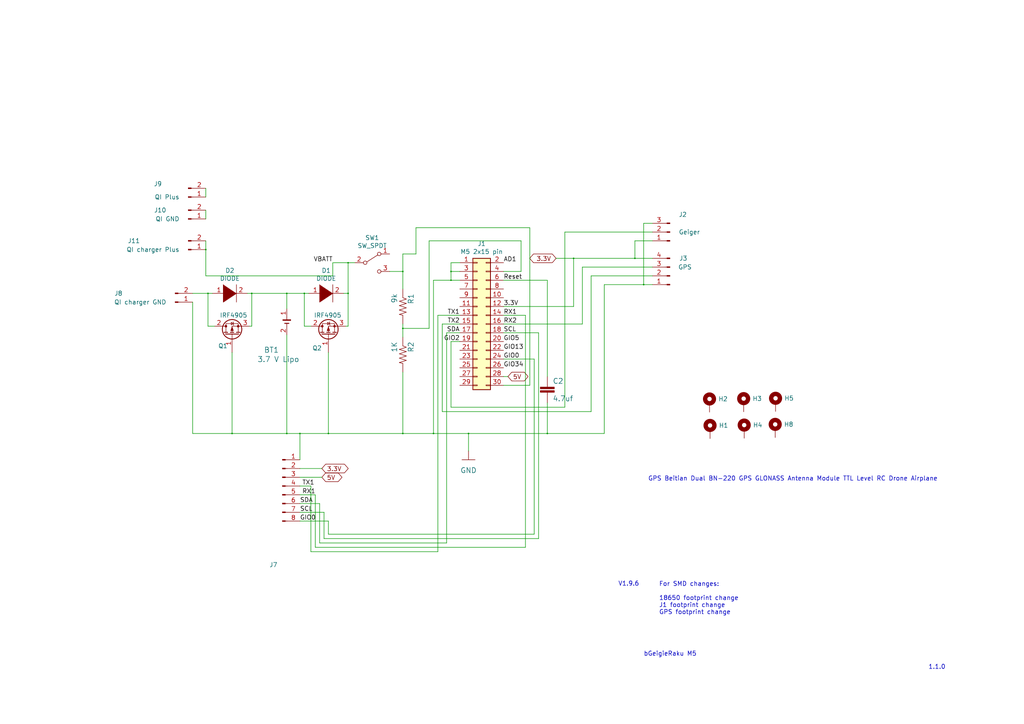
<source format=kicad_sch>
(kicad_sch (version 20210126) (generator eeschema)
  (paper "A4")
  (title_block (date "sam. 04 avril 2015"))
  (lib_symbols
    (symbol "Connector:Conn_01x02_Male" (pin_names hide)
      (property "Reference" "J" (at 0 2.54 0))
      (property "Value" "Conn_01x02_Male" (at 0 -5.08 0))
      (symbol "Conn_01x02_Male_1_1"
        (rectangle (start 0.8636 -2.413) (end 0 -2.667) (fill (type outline)))
        (rectangle (start 0.8636 0.127) (end 0 -0.127) (fill (type outline)))
        (polyline (pts (xy 1.27 -2.54) (xy 0.8636 -2.54)))
        (polyline (pts (xy 1.27 0) (xy 0.8636 0)))
        (pin passive line (at 5.08 0 180) (length 3.81) (name "Pin_1") (number "1"))
        (pin passive line (at 5.08 -2.54 180) (length 3.81) (name "Pin_2") (number "2"))
      )
    )
    (symbol "Connector:Conn_01x03_Male" (pin_names hide)
      (property "Reference" "J" (at 0 5.08 0))
      (property "Value" "Conn_01x03_Male" (at 0 -5.08 0))
      (symbol "Conn_01x03_Male_1_1"
        (rectangle (start 0.8636 -2.413) (end 0 -2.667) (stroke (width 0.1524)) (fill (type outline)))
        (rectangle (start 0.8636 0.127) (end 0 -0.127) (stroke (width 0.1524)) (fill (type outline)))
        (rectangle (start 0.8636 2.667) (end 0 2.413) (stroke (width 0.1524)) (fill (type outline)))
        (polyline (pts (xy 1.27 -2.54) (xy 0.8636 -2.54)) (stroke (width 0.1524)))
        (polyline (pts (xy 1.27 0) (xy 0.8636 0)) (stroke (width 0.1524)))
        (polyline (pts (xy 1.27 2.54) (xy 0.8636 2.54)) (stroke (width 0.1524)))
        (pin passive line (at 5.08 2.54 180) (length 3.81) (name "Pin_1") (number "1"))
        (pin passive line (at 5.08 0 180) (length 3.81) (name "Pin_2") (number "2"))
        (pin passive line (at 5.08 -2.54 180) (length 3.81) (name "Pin_3") (number "3"))
      )
    )
    (symbol "Connector:Conn_01x04_Male" (pin_names hide)
      (property "Reference" "J" (at 0 5.08 0))
      (property "Value" "Conn_01x04_Male" (at 0 -7.62 0))
      (symbol "Conn_01x04_Male_1_1"
        (rectangle (start 0.8636 -4.953) (end 0 -5.207) (fill (type outline)))
        (rectangle (start 0.8636 -2.413) (end 0 -2.667) (fill (type outline)))
        (rectangle (start 0.8636 0.127) (end 0 -0.127) (fill (type outline)))
        (rectangle (start 0.8636 2.667) (end 0 2.413) (fill (type outline)))
        (polyline (pts (xy 1.27 -5.08) (xy 0.8636 -5.08)))
        (polyline (pts (xy 1.27 -2.54) (xy 0.8636 -2.54)))
        (polyline (pts (xy 1.27 0) (xy 0.8636 0)))
        (polyline (pts (xy 1.27 2.54) (xy 0.8636 2.54)))
        (pin passive line (at 5.08 2.54 180) (length 3.81) (name "Pin_1") (number "1"))
        (pin passive line (at 5.08 0 180) (length 3.81) (name "Pin_2") (number "2"))
        (pin passive line (at 5.08 -2.54 180) (length 3.81) (name "Pin_3") (number "3"))
        (pin passive line (at 5.08 -5.08 180) (length 3.81) (name "Pin_4") (number "4"))
      )
    )
    (symbol "Connector:Conn_01x08_Male" (pin_names (offset 1.016) hide)
      (property "Reference" "J" (at 0 10.16 0))
      (property "Value" "Conn_01x08_Male" (at 0 -12.7 0))
      (symbol "Conn_01x08_Male_1_1"
        (rectangle (start 0.8636 -10.033) (end 0 -10.287) (stroke (width 0.1524)) (fill (type outline)))
        (rectangle (start 0.8636 -7.493) (end 0 -7.747) (stroke (width 0.1524)) (fill (type outline)))
        (rectangle (start 0.8636 -4.953) (end 0 -5.207) (stroke (width 0.1524)) (fill (type outline)))
        (rectangle (start 0.8636 -2.413) (end 0 -2.667) (stroke (width 0.1524)) (fill (type outline)))
        (rectangle (start 0.8636 0.127) (end 0 -0.127) (stroke (width 0.1524)) (fill (type outline)))
        (rectangle (start 0.8636 2.667) (end 0 2.413) (stroke (width 0.1524)) (fill (type outline)))
        (rectangle (start 0.8636 5.207) (end 0 4.953) (stroke (width 0.1524)) (fill (type outline)))
        (rectangle (start 0.8636 7.747) (end 0 7.493) (stroke (width 0.1524)) (fill (type outline)))
        (polyline (pts (xy 1.27 -10.16) (xy 0.8636 -10.16)) (stroke (width 0.1524)))
        (polyline (pts (xy 1.27 -7.62) (xy 0.8636 -7.62)) (stroke (width 0.1524)))
        (polyline (pts (xy 1.27 -5.08) (xy 0.8636 -5.08)) (stroke (width 0.1524)))
        (polyline (pts (xy 1.27 -2.54) (xy 0.8636 -2.54)) (stroke (width 0.1524)))
        (polyline (pts (xy 1.27 0) (xy 0.8636 0)) (stroke (width 0.1524)))
        (polyline (pts (xy 1.27 2.54) (xy 0.8636 2.54)) (stroke (width 0.1524)))
        (polyline (pts (xy 1.27 5.08) (xy 0.8636 5.08)) (stroke (width 0.1524)))
        (polyline (pts (xy 1.27 7.62) (xy 0.8636 7.62)) (stroke (width 0.1524)))
        (pin passive line (at 5.08 7.62 180) (length 3.81) (name "Pin_1") (number "1"))
        (pin passive line (at 5.08 5.08 180) (length 3.81) (name "Pin_2") (number "2"))
        (pin passive line (at 5.08 2.54 180) (length 3.81) (name "Pin_3") (number "3"))
        (pin passive line (at 5.08 0 180) (length 3.81) (name "Pin_4") (number "4"))
        (pin passive line (at 5.08 -2.54 180) (length 3.81) (name "Pin_5") (number "5"))
        (pin passive line (at 5.08 -5.08 180) (length 3.81) (name "Pin_6") (number "6"))
        (pin passive line (at 5.08 -7.62 180) (length 3.81) (name "Pin_7") (number "7"))
        (pin passive line (at 5.08 -10.16 180) (length 3.81) (name "Pin_8") (number "8"))
      )
    )
    (symbol "Connector_Generic:Conn_02x15_Odd_Even" (pin_names hide)
      (property "Reference" "J" (at 1.27 20.32 0))
      (property "Value" "Conn_02x15_Odd_Even" (at 1.27 -20.32 0))
      (symbol "Conn_02x15_Odd_Even_1_1"
        (rectangle (start -1.27 -4.953) (end 0 -5.207))
        (rectangle (start -1.27 -7.493) (end 0 -7.747))
        (rectangle (start -1.27 -10.033) (end 0 -10.287))
        (rectangle (start -1.27 -12.573) (end 0 -12.827))
        (rectangle (start -1.27 -15.113) (end 0 -15.367))
        (rectangle (start -1.27 -17.653) (end 0 -17.907))
        (rectangle (start -1.27 -2.413) (end 0 -2.667))
        (rectangle (start -1.27 2.667) (end 0 2.413))
        (rectangle (start -1.27 5.207) (end 0 4.953))
        (rectangle (start -1.27 7.747) (end 0 7.493))
        (rectangle (start -1.27 10.287) (end 0 10.033))
        (rectangle (start -1.27 0.127) (end 0 -0.127))
        (rectangle (start -1.27 12.827) (end 0 12.573))
        (rectangle (start -1.27 15.367) (end 0 15.113))
        (rectangle (start -1.27 17.907) (end 0 17.653))
        (rectangle (start -1.27 19.05) (end 3.81 -19.05) (stroke (width 0.254)) (fill (type background)))
        (rectangle (start 3.81 -4.953) (end 2.54 -5.207))
        (rectangle (start 3.81 -7.493) (end 2.54 -7.747))
        (rectangle (start 3.81 -10.033) (end 2.54 -10.287))
        (rectangle (start 3.81 -12.573) (end 2.54 -12.827))
        (rectangle (start 3.81 -15.113) (end 2.54 -15.367))
        (rectangle (start 3.81 -17.653) (end 2.54 -17.907))
        (rectangle (start 3.81 -2.413) (end 2.54 -2.667))
        (rectangle (start 3.81 2.667) (end 2.54 2.413))
        (rectangle (start 3.81 5.207) (end 2.54 4.953))
        (rectangle (start 3.81 7.747) (end 2.54 7.493))
        (rectangle (start 3.81 10.287) (end 2.54 10.033))
        (rectangle (start 3.81 0.127) (end 2.54 -0.127))
        (rectangle (start 3.81 12.827) (end 2.54 12.573))
        (rectangle (start 3.81 15.367) (end 2.54 15.113))
        (rectangle (start 3.81 17.907) (end 2.54 17.653))
        (pin passive line (at -5.08 17.78 0) (length 3.81) (name "Pin_1") (number "1"))
        (pin passive line (at 7.62 7.62 180) (length 3.81) (name "Pin_10") (number "10"))
        (pin passive line (at -5.08 5.08 0) (length 3.81) (name "Pin_11") (number "11"))
        (pin passive line (at 7.62 5.08 180) (length 3.81) (name "Pin_12") (number "12"))
        (pin passive line (at -5.08 2.54 0) (length 3.81) (name "Pin_13") (number "13"))
        (pin passive line (at 7.62 2.54 180) (length 3.81) (name "Pin_14") (number "14"))
        (pin passive line (at -5.08 0 0) (length 3.81) (name "Pin_15") (number "15"))
        (pin passive line (at 7.62 0 180) (length 3.81) (name "Pin_16") (number "16"))
        (pin passive line (at -5.08 -2.54 0) (length 3.81) (name "Pin_17") (number "17"))
        (pin passive line (at 7.62 -2.54 180) (length 3.81) (name "Pin_18") (number "18"))
        (pin passive line (at -5.08 -5.08 0) (length 3.81) (name "Pin_19") (number "19"))
        (pin passive line (at 7.62 17.78 180) (length 3.81) (name "Pin_2") (number "2"))
        (pin passive line (at 7.62 -5.08 180) (length 3.81) (name "Pin_20") (number "20"))
        (pin passive line (at -5.08 -7.62 0) (length 3.81) (name "Pin_21") (number "21"))
        (pin passive line (at 7.62 -7.62 180) (length 3.81) (name "Pin_22") (number "22"))
        (pin passive line (at -5.08 -10.16 0) (length 3.81) (name "Pin_23") (number "23"))
        (pin passive line (at 7.62 -10.16 180) (length 3.81) (name "Pin_24") (number "24"))
        (pin passive line (at -5.08 -12.7 0) (length 3.81) (name "Pin_25") (number "25"))
        (pin passive line (at 7.62 -12.7 180) (length 3.81) (name "Pin_26") (number "26"))
        (pin passive line (at -5.08 -15.24 0) (length 3.81) (name "Pin_27") (number "27"))
        (pin passive line (at 7.62 -15.24 180) (length 3.81) (name "Pin_28") (number "28"))
        (pin passive line (at -5.08 -17.78 0) (length 3.81) (name "Pin_29") (number "29"))
        (pin passive line (at -5.08 15.24 0) (length 3.81) (name "Pin_3") (number "3"))
        (pin passive line (at 7.62 -17.78 180) (length 3.81) (name "Pin_30") (number "30"))
        (pin passive line (at 7.62 15.24 180) (length 3.81) (name "Pin_4") (number "4"))
        (pin passive line (at -5.08 12.7 0) (length 3.81) (name "Pin_5") (number "5"))
        (pin passive line (at 7.62 12.7 180) (length 3.81) (name "Pin_6") (number "6"))
        (pin passive line (at -5.08 10.16 0) (length 3.81) (name "Pin_7") (number "7"))
        (pin passive line (at 7.62 10.16 180) (length 3.81) (name "Pin_8") (number "8"))
        (pin passive line (at -5.08 7.62 0) (length 3.81) (name "Pin_9") (number "9"))
      )
    )
    (symbol "Mechanical:MountingHole_Pad" (pin_numbers hide) (pin_names hide)
      (property "Reference" "H" (at 0 6.35 0))
      (property "Value" "MountingHole_Pad" (at 0 4.445 0))
      (symbol "MountingHole_Pad_0_1"
        (circle (center 0 1.27) (radius 1.27) (stroke (width 1.27)))
      )
      (symbol "MountingHole_Pad_1_1"
        (pin input line (at 0 -2.54 90) (length 2.54) (name "1") (number "1"))
      )
    )
    (symbol "Switch:SW_SPDT" (pin_names (offset 0) hide)
      (property "Reference" "SW" (at 0 4.318 0))
      (property "Value" "SW_SPDT" (at 0 -5.08 0))
      (symbol "SW_SPDT_0_0"
        (circle (center -2.032 0) (radius 0.508))
        (circle (center 2.032 -2.54) (radius 0.508))
      )
      (symbol "SW_SPDT_0_1"
        (circle (center 2.032 2.54) (radius 0.508))
        (polyline (pts (xy -1.524 0.254) (xy 1.651 2.286)))
      )
      (symbol "SW_SPDT_1_1"
        (pin passive line (at 5.08 2.54 180) (length 2.54) (name "A") (number "1"))
        (pin passive line (at -5.08 0 0) (length 2.54) (name "B") (number "2"))
        (pin passive line (at 5.08 -2.54 180) (length 2.54) (name "C") (number "3"))
      )
    )
    (symbol "Transistor_FET:IRF4905" (pin_names (offset 0) hide)
      (property "Reference" "Q" (at 5.08 1.905 0))
      (property "Value" "IRF4905" (at 5.08 0 0))
      (symbol "IRF4905_0_1"
        (circle (center 1.651 0) (radius 2.8194) (stroke (width 0.254)))
        (circle (center 2.54 -1.778) (radius 0.2794) (fill (type outline)))
        (circle (center 2.54 1.778) (radius 0.2794) (fill (type outline)))
        (polyline (pts (xy 0.762 -1.778) (xy 2.54 -1.778)))
        (polyline (pts (xy 0.762 -1.27) (xy 0.762 -2.286)) (stroke (width 0.254)))
        (polyline (pts (xy 0.762 0) (xy 2.54 0)))
        (polyline (pts (xy 0.762 0.508) (xy 0.762 -0.508)) (stroke (width 0.254)))
        (polyline (pts (xy 0.762 1.778) (xy 2.54 1.778)))
        (polyline (pts (xy 0.762 2.286) (xy 0.762 1.27)) (stroke (width 0.254)))
        (polyline (pts (xy 2.54 -1.778) (xy 2.54 -2.54)))
        (polyline (pts (xy 2.54 -1.778) (xy 2.54 0)))
        (polyline (pts (xy 2.54 2.54) (xy 2.54 1.778)))
        (polyline (pts (xy 0.254 1.905) (xy 0.254 -1.905) (xy 0.254 -1.905)) (stroke (width 0.254)))
        (polyline (pts (xy 2.286 0) (xy 1.27 -0.381) (xy 1.27 0.381) (xy 2.286 0)) (fill (type outline)))
        (polyline (pts (xy 2.54 -1.778) (xy 3.302 -1.778) (xy 3.302 1.778) (xy 2.54 1.778)))
        (polyline (pts (xy 2.794 -0.508) (xy 2.921 -0.381) (xy 3.683 -0.381) (xy 3.81 -0.254)))
        (polyline (pts (xy 3.302 -0.381) (xy 2.921 0.254) (xy 3.683 0.254) (xy 3.302 -0.381)))
      )
      (symbol "IRF4905_1_1"
        (pin input line (at -5.08 0 0) (length 5.334) (name "G") (number "1"))
        (pin passive line (at 2.54 5.08 270) (length 2.54) (name "D") (number "2"))
        (pin passive line (at 2.54 -5.08 90) (length 2.54) (name "S") (number "3"))
      )
    )
    (symbol "bGeigieRaku-V2-rescue:BATTERY-akizuki-M5_board-rescue" (pin_names hide)
      (property "Reference" "BT" (at 0 -7.62 0))
      (property "Value" "BATTERY-akizuki-M5_board-rescue" (at 0 6.35 0))
      (symbol "BATTERY-akizuki-M5_board-rescue_0_1"
        (rectangle (start -1.143 0.635) (end 1.143 0.381) (fill (type outline)))
        (rectangle (start -0.635 -0.381) (end 0.635 -0.508))
        (polyline (pts (xy 0 -0.508) (xy 0 -1.27)))
        (polyline (pts (xy 0 1.27) (xy 0 0.635)))
      )
      (symbol "BATTERY-akizuki-M5_board-rescue_1_1"
        (pin input line (at 0 3.81 270) (length 2.54) (name "+") (number "1"))
        (pin input line (at 0 -3.81 90) (length 2.54) (name "-") (number "2"))
      )
    )
    (symbol "bGeigieRaku-V2-rescue:GND-bGeigieNano_V1.1.5" (power)
      (property "Value" "GND-bGeigieNano_V1.1.5" (at 0 -0.254 0))
      (symbol "GND-bGeigieNano_V1.1.5_1_0"
        (polyline (pts (xy -1.905 0) (xy 1.905 0)))
        (pin power_in line (at 0 2.54 270) (length 2.54) (name "GND") (number "1"))
      )
    )
    (symbol "bGeigieRaku-V2-rescue:bGeigieNano_V1.1.5-eagle-import_C-EU025-024X044-bGeigieNano_V1.1.5-cache"
      (property "Reference" "C" (at 1.524 0.381 0))
      (property "Value" "bGeigieNano_V1.1.5-eagle-import_C-EU025-024X044-bGeigieNano_V1.1.5-cache" (at 1.524 -4.699 0))
      (symbol "bGeigieNano_V1.1.5-eagle-import_C-EU025-024X044-bGeigieNano_V1.1.5-cache_1_0"
        (rectangle (start -2.032 -2.032) (end 2.032 -1.524) (fill (type outline)))
        (rectangle (start -2.032 -1.016) (end 2.032 -0.508) (fill (type outline)))
        (polyline (pts (xy 0 -2.54) (xy 0 -2.032)))
        (polyline (pts (xy 0 0) (xy 0 -0.508)))
        (pin passive line (at 0 2.54 270) (length 2.54) (name "1") (number "1"))
        (pin passive line (at 0 -5.08 90) (length 2.54) (name "2") (number "2"))
      )
    )
    (symbol "bGeigieRaku-V2-rescue:bGeigieNano_V1.1.5-eagle-import_R-US_0207_10-bGeigieNano_V1.1.5-cache"
      (property "Reference" "R" (at -3.81 1.4986 0))
      (property "Value" "bGeigieNano_V1.1.5-eagle-import_R-US_0207_10-bGeigieNano_V1.1.5-cache" (at -3.81 -3.302 0))
      (symbol "bGeigieNano_V1.1.5-eagle-import_R-US_0207_10-bGeigieNano_V1.1.5-cache_1_0"
        (polyline (pts (xy -2.54 0) (xy -2.159 1.016)))
        (polyline (pts (xy -2.159 1.016) (xy -1.524 -1.016)))
        (polyline (pts (xy -1.524 -1.016) (xy -0.889 1.016)))
        (polyline (pts (xy -0.889 1.016) (xy -0.254 -1.016)))
        (polyline (pts (xy -0.254 -1.016) (xy 0.381 1.016)))
        (polyline (pts (xy 0.381 1.016) (xy 1.016 -1.016)))
        (polyline (pts (xy 1.016 -1.016) (xy 1.651 1.016)))
        (polyline (pts (xy 1.651 1.016) (xy 2.286 -1.016)))
        (polyline (pts (xy 2.286 -1.016) (xy 2.54 0)))
        (pin passive line (at -5.08 0 0) (length 2.54) (name "1") (number "1"))
        (pin passive line (at 5.08 0 180) (length 2.54) (name "2") (number "2"))
      )
    )
    (symbol "pspice:DIODE" (pin_names (offset 1.016) hide)
      (property "Reference" "D" (at 0 3.81 0))
      (property "Value" "DIODE" (at 0 -4.445 0))
      (symbol "DIODE_0_1"
        (polyline (pts (xy 1.905 2.54) (xy 1.905 -2.54)))
        (polyline (pts (xy -1.905 2.54) (xy -1.905 -2.54) (xy 1.905 0)) (fill (type outline)))
      )
      (symbol "DIODE_1_1"
        (pin input line (at -5.08 0 0) (length 3.81) (name "K") (number "1"))
        (pin input line (at 5.08 0 180) (length 3.81) (name "A") (number "2"))
      )
    )
  )
  (junction (at 59.69 72.39) (diameter 0.3048))
  (junction (at 60.325 85.09) (diameter 0.3048))
  (junction (at 67.31 125.73) (diameter 0.3048))
  (junction (at 73.025 85.09) (diameter 0.3048))
  (junction (at 83.185 85.09) (diameter 0.3048))
  (junction (at 83.185 125.73) (diameter 0.3048))
  (junction (at 86.995 125.73) (diameter 0.3048))
  (junction (at 88.265 85.09) (diameter 0.3048))
  (junction (at 95.25 125.73) (diameter 0.3048))
  (junction (at 100.965 76.2) (diameter 0.3048))
  (junction (at 100.965 85.09) (diameter 0.3048))
  (junction (at 116.84 78.74) (diameter 0.3048))
  (junction (at 116.84 95.25) (diameter 0.3048))
  (junction (at 116.84 125.73) (diameter 0.3048))
  (junction (at 125.73 125.73) (diameter 0.3048))
  (junction (at 130.81 78.74) (diameter 0.3048))
  (junction (at 130.81 81.28) (diameter 0.3048))
  (junction (at 135.89 125.73) (diameter 0.3048))
  (junction (at 158.75 125.73) (diameter 0.3048))
  (junction (at 166.37 74.93) (diameter 0.3048))
  (junction (at 184.15 74.93) (diameter 0.3048))
  (junction (at 186.69 82.55) (diameter 0.3048))
  (wire (pts (xy 55.88 85.09) (xy 60.325 85.09)))
  (wire (pts (xy 55.88 87.63) (xy 55.88 125.73)))
  (wire (pts (xy 55.88 125.73) (xy 67.31 125.73)))
  (wire (pts (xy 59.69 54.61) (xy 59.69 57.15)))
  (wire (pts (xy 59.69 60.96) (xy 59.69 63.5)))
  (wire (pts (xy 59.69 69.85) (xy 59.69 72.39)))
  (wire (pts (xy 59.69 72.39) (xy 59.69 80.01)))
  (wire (pts (xy 59.69 80.01) (xy 96.52 80.01)))
  (wire (pts (xy 60.325 85.09) (xy 60.325 94.615)))
  (wire (pts (xy 60.325 85.09) (xy 61.595 85.09)))
  (wire (pts (xy 62.23 94.615) (xy 60.325 94.615)))
  (wire (pts (xy 67.31 102.235) (xy 67.31 125.73)))
  (wire (pts (xy 67.31 125.73) (xy 83.185 125.73)))
  (wire (pts (xy 71.755 85.09) (xy 73.025 85.09)))
  (wire (pts (xy 72.39 94.615) (xy 73.025 94.615)))
  (wire (pts (xy 73.025 85.09) (xy 73.025 94.615)))
  (wire (pts (xy 73.025 85.09) (xy 83.185 85.09)))
  (wire (pts (xy 83.185 85.09) (xy 88.265 85.09)))
  (wire (pts (xy 83.185 89.535) (xy 83.185 85.09)))
  (wire (pts (xy 83.185 125.73) (xy 83.185 97.155)))
  (wire (pts (xy 86.995 125.73) (xy 83.185 125.73)))
  (wire (pts (xy 86.995 133.35) (xy 86.995 125.73)))
  (wire (pts (xy 86.995 135.89) (xy 93.345 135.89)))
  (wire (pts (xy 86.995 138.43) (xy 93.345 138.43)))
  (wire (pts (xy 88.265 85.09) (xy 88.265 94.615)))
  (wire (pts (xy 88.265 85.09) (xy 89.535 85.09)))
  (wire (pts (xy 90.17 94.615) (xy 88.265 94.615)))
  (wire (pts (xy 90.17 140.97) (xy 86.995 140.97)))
  (wire (pts (xy 90.17 160.02) (xy 90.17 140.97)))
  (wire (pts (xy 90.17 160.02) (xy 127 160.02)))
  (wire (pts (xy 91.44 143.51) (xy 86.995 143.51)))
  (wire (pts (xy 91.44 158.75) (xy 91.44 143.51)))
  (wire (pts (xy 92.71 146.05) (xy 86.995 146.05)))
  (wire (pts (xy 92.71 157.48) (xy 92.71 146.05)))
  (wire (pts (xy 93.98 148.59) (xy 86.995 148.59)))
  (wire (pts (xy 93.98 156.21) (xy 93.98 148.59)))
  (wire (pts (xy 95.25 102.235) (xy 95.25 125.73)))
  (wire (pts (xy 95.25 125.73) (xy 86.995 125.73)))
  (wire (pts (xy 95.25 125.73) (xy 116.84 125.73)))
  (wire (pts (xy 95.25 151.13) (xy 86.995 151.13)))
  (wire (pts (xy 95.25 154.94) (xy 95.25 151.13)))
  (wire (pts (xy 96.52 76.2) (xy 96.52 80.01)))
  (wire (pts (xy 96.52 76.2) (xy 100.965 76.2)))
  (wire (pts (xy 99.695 85.09) (xy 100.965 85.09)))
  (wire (pts (xy 100.33 94.615) (xy 100.965 94.615)))
  (wire (pts (xy 100.965 76.2) (xy 102.87 76.2)))
  (wire (pts (xy 100.965 85.09) (xy 100.965 76.2)))
  (wire (pts (xy 100.965 85.09) (xy 100.965 94.615)))
  (wire (pts (xy 113.03 78.74) (xy 116.84 78.74)))
  (wire (pts (xy 116.84 73.66) (xy 116.84 78.74)))
  (wire (pts (xy 116.84 73.66) (xy 120.65 73.66)))
  (wire (pts (xy 116.84 78.74) (xy 116.84 83.82)))
  (wire (pts (xy 116.84 93.98) (xy 116.84 95.25)))
  (wire (pts (xy 116.84 95.25) (xy 116.84 97.79)))
  (wire (pts (xy 116.84 95.25) (xy 124.46 95.25)))
  (wire (pts (xy 116.84 107.95) (xy 116.84 125.73)))
  (wire (pts (xy 116.84 125.73) (xy 125.73 125.73)))
  (wire (pts (xy 120.65 66.04) (xy 153.67 66.04)))
  (wire (pts (xy 120.65 73.66) (xy 120.65 66.04)))
  (wire (pts (xy 124.46 69.85) (xy 124.46 95.25)))
  (wire (pts (xy 124.46 69.85) (xy 151.13 69.85)))
  (wire (pts (xy 125.73 81.28) (xy 130.81 81.28)))
  (wire (pts (xy 125.73 125.73) (xy 125.73 81.28)))
  (wire (pts (xy 125.73 125.73) (xy 135.89 125.73)))
  (wire (pts (xy 127 91.44) (xy 127 160.02)))
  (wire (pts (xy 127 91.44) (xy 133.35 91.44)))
  (wire (pts (xy 128.27 93.98) (xy 133.35 93.98)))
  (wire (pts (xy 128.27 119.38) (xy 128.27 93.98)))
  (wire (pts (xy 129.54 96.52) (xy 129.54 157.48)))
  (wire (pts (xy 129.54 157.48) (xy 92.71 157.48)))
  (wire (pts (xy 130.81 76.2) (xy 133.35 76.2)))
  (wire (pts (xy 130.81 78.74) (xy 130.81 76.2)))
  (wire (pts (xy 130.81 78.74) (xy 133.35 78.74)))
  (wire (pts (xy 130.81 81.28) (xy 130.81 78.74)))
  (wire (pts (xy 130.81 81.28) (xy 133.35 81.28)))
  (wire (pts (xy 130.81 99.06) (xy 133.35 99.06)))
  (wire (pts (xy 130.81 118.11) (xy 130.81 99.06)))
  (wire (pts (xy 130.81 118.11) (xy 163.83 118.11)))
  (wire (pts (xy 133.35 96.52) (xy 129.54 96.52)))
  (wire (pts (xy 135.89 125.73) (xy 135.89 130.81)))
  (wire (pts (xy 146.05 78.74) (xy 151.13 78.74)))
  (wire (pts (xy 146.05 81.28) (xy 158.75 81.28)))
  (wire (pts (xy 146.05 88.9) (xy 166.37 88.9)))
  (wire (pts (xy 146.05 91.44) (xy 152.4 91.44)))
  (wire (pts (xy 146.05 96.52) (xy 156.21 96.52)))
  (wire (pts (xy 146.05 104.14) (xy 154.94 104.14)))
  (wire (pts (xy 146.05 109.22) (xy 147.32 109.22)))
  (wire (pts (xy 151.13 69.85) (xy 151.13 78.74)))
  (wire (pts (xy 152.4 91.44) (xy 152.4 158.75)))
  (wire (pts (xy 152.4 158.75) (xy 91.44 158.75)))
  (wire (pts (xy 153.67 66.04) (xy 153.67 111.76)))
  (wire (pts (xy 153.67 111.76) (xy 146.05 111.76)))
  (wire (pts (xy 154.94 104.14) (xy 154.94 154.94)))
  (wire (pts (xy 154.94 154.94) (xy 95.25 154.94)))
  (wire (pts (xy 156.21 96.52) (xy 156.21 156.21)))
  (wire (pts (xy 156.21 156.21) (xy 93.98 156.21)))
  (wire (pts (xy 158.75 81.28) (xy 158.75 109.22)))
  (wire (pts (xy 158.75 116.84) (xy 158.75 125.73)))
  (wire (pts (xy 158.75 125.73) (xy 135.89 125.73)))
  (wire (pts (xy 161.29 74.93) (xy 166.37 74.93)))
  (wire (pts (xy 163.83 67.31) (xy 163.83 118.11)))
  (wire (pts (xy 166.37 74.93) (xy 184.15 74.93)))
  (wire (pts (xy 166.37 88.9) (xy 166.37 74.93)))
  (wire (pts (xy 168.91 77.47) (xy 168.91 93.98)))
  (wire (pts (xy 168.91 93.98) (xy 146.05 93.98)))
  (wire (pts (xy 171.45 80.01) (xy 171.45 119.38)))
  (wire (pts (xy 171.45 119.38) (xy 128.27 119.38)))
  (wire (pts (xy 175.26 82.55) (xy 175.26 125.73)))
  (wire (pts (xy 175.26 125.73) (xy 158.75 125.73)))
  (wire (pts (xy 184.15 69.85) (xy 189.23 69.85)))
  (wire (pts (xy 184.15 74.93) (xy 184.15 69.85)))
  (wire (pts (xy 184.15 74.93) (xy 189.23 74.93)))
  (wire (pts (xy 186.69 64.77) (xy 189.23 64.77)))
  (wire (pts (xy 186.69 82.55) (xy 175.26 82.55)))
  (wire (pts (xy 186.69 82.55) (xy 186.69 64.77)))
  (wire (pts (xy 189.23 67.31) (xy 163.83 67.31)))
  (wire (pts (xy 189.23 77.47) (xy 168.91 77.47)))
  (wire (pts (xy 189.23 80.01) (xy 171.45 80.01)))
  (wire (pts (xy 189.23 82.55) (xy 186.69 82.55)))
  (text "\n" (at 179.07 175.26 0) (effects (font (size 1.27 1.27)) (justify left bottom)))
  (text "V1.9.6" (at 185.42 170.18 180) (effects (font (size 1.27 1.27)) (justify right bottom)))
  (text "bGeigieRaku M5" (at 186.69 190.5 0) (effects (font (size 1.27 1.27)) (justify left bottom)))
  (text "GPS Beitian Dual BN-220 GPS GLONASS Antenna Module TTL Level RC Drone Airplane" (at 187.96 139.7 0) (effects (font (size 1.27 1.27)) (justify left bottom)))
  (text "For SMD changes:\n\n18650 footprint change\nJ1 footprint change\nGPS footprint change" (at 191.135 178.435 0) (effects (font (size 1.27 1.27)) (justify left bottom)))
  (text "1.1.0" (at 269.24 194.31 0) (effects (font (size 1.27 1.27)) (justify left bottom)))
  (label "SDA" (at 86.995 146.05 0))
  (label "SCL" (at 86.995 148.59 0))
  (label "GIO0" (at 86.995 151.13 0))
  (label "TX1" (at 87.63 140.97 0))
  (label "RX1" (at 87.63 143.51 0))
  (label "VBATT" (at 96.52 76.2 180))
  (label "TX1" (at 133.35 91.44 180))
  (label "TX2" (at 133.35 93.98 180))
  (label "SDA" (at 133.35 96.52 180))
  (label "GIO2" (at 133.35 99.06 180))
  (label "AD1" (at 146.05 76.2 0))
  (label "Reset" (at 146.05 81.28 0))
  (label "3.3V" (at 146.05 88.9 0))
  (label "RX1" (at 146.05 91.44 0))
  (label "RX2" (at 146.05 93.98 0))
  (label "SCL" (at 146.05 96.52 0))
  (label "GIO5" (at 146.05 99.06 0))
  (label "GIO13" (at 146.05 101.6 0))
  (label "GIO0" (at 146.05 104.14 0))
  (label "GIO34" (at 146.05 106.68 0))
  (global_label "3.3V" (shape bidirectional) (at 93.345 135.89 0) (property "Intersheet References" "${INTERSHEET_REFS}" (effects hide)))
  (global_label "5V" (shape bidirectional) (at 93.345 138.43 0) (property "Intersheet References" "${INTERSHEET_REFS}" (effects hide)))
  (global_label "5V" (shape bidirectional) (at 147.32 109.22 0) (property "Intersheet References" "${INTERSHEET_REFS}" (effects hide)))
  (global_label "3.3V" (shape bidirectional) (at 161.29 74.93 180) (property "Intersheet References" "${INTERSHEET_REFS}" (effects hide)))
  (symbol (lib_id "bGeigieRaku-V2-rescue:GND-bGeigieNano_V1.1.5") (at 135.89 133.35 0) (unit 1)
    (property "Reference" "#GND01" (effects hide))
    (property "Value" "GND" (at 135.89 136.4234 0) (effects (font (size 1.4986 1.4986))))
  )
  (symbol (lib_id "bGeigieRaku-V2-rescue:BATTERY-akizuki-M5_board-rescue") (at 83.185 93.345 0) (unit 1)
    (property "Reference" "BT1" (at 76.5302 101.4984 0) (effects (font (size 1.524 1.524)) (justify left)))
    (property "Value" " 3.7 V Lipo" (at 74.6252 104.2162 0) (effects (font (size 1.524 1.524)) (justify left)))
    (property "Footprint" "Battery_Holders:BATTERY_18650-HOLDER" (effects hide))
  )
  (symbol (lib_id "bGeigieRaku-V2-rescue:bGeigieNano_V1.1.5-eagle-import_R-US_0207_10-bGeigieNano_V1.1.5-cache") (at 116.84 88.9 270) (unit 1)
    (property "Reference" "R1" (at 118.3386 85.09 0) (effects (font (size 1.4986 1.4986)) (justify left bottom)))
    (property "Value" "9k" (at 113.538 85.09 0) (effects (font (size 1.4986 1.4986)) (justify left bottom)))
    (property "Footprint" "bGeigieNano V1.1.5:0207_10" (effects hide))
  )
  (symbol (lib_id "bGeigieRaku-V2-rescue:bGeigieNano_V1.1.5-eagle-import_R-US_0207_10-bGeigieNano_V1.1.5-cache") (at 116.84 102.87 270) (unit 1)
    (property "Reference" "R2" (at 118.3386 99.06 0) (effects (font (size 1.4986 1.4986)) (justify left bottom)))
    (property "Value" "1K" (at 113.538 99.06 0) (effects (font (size 1.4986 1.4986)) (justify left bottom)))
    (property "Footprint" "bGeigieNano V1.1.5:0207_10" (effects hide))
  )
  (symbol (lib_id "Mechanical:MountingHole_Pad") (at 205.7908 116.9924 0) (unit 1)
    (property "Reference" "H2" (at 208.3309 115.716 0) (effects (justify left)))
    (property "Value" "MountingHole_Pad" (effects hide))
    (property "Footprint" "MountingHole:MountingHole_3.2mm_M3" (effects hide))
  )
  (symbol (lib_id "Mechanical:MountingHole_Pad") (at 205.9432 124.6632 0) (unit 1)
    (property "Reference" "H1" (at 208.4833 123.3868 0) (effects (justify left)))
    (property "Value" "MountingHole_Pad" (effects hide))
    (property "Footprint" "MountingHole:MountingHole_3.2mm_M3" (effects hide))
  )
  (symbol (lib_id "Mechanical:MountingHole_Pad") (at 215.6968 116.8908 0) (unit 1)
    (property "Reference" "H3" (at 218.2369 115.6144 0) (effects (justify left)))
    (property "Value" "MountingHole_Pad" (effects hide))
    (property "Footprint" "MountingHole:MountingHole_3.2mm_M3" (effects hide))
  )
  (symbol (lib_id "Mechanical:MountingHole_Pad") (at 215.8492 124.5616 0) (unit 1)
    (property "Reference" "H4" (at 218.3893 123.2852 0) (effects (justify left)))
    (property "Value" "MountingHole_Pad" (effects hide))
    (property "Footprint" "MountingHole:MountingHole_3.2mm_M3" (effects hide))
  )
  (symbol (lib_id "Mechanical:MountingHole_Pad") (at 224.8408 124.3584 0) (unit 1)
    (property "Reference" "H8" (at 227.3809 123.082 0) (effects (justify left)))
    (property "Value" "MountingHole_Pad" (effects hide))
    (property "Footprint" "MountingHole:MountingHole_3.2mm_M3" (effects hide))
  )
  (symbol (lib_id "Mechanical:MountingHole_Pad") (at 224.9424 116.7892 0) (unit 1)
    (property "Reference" "H5" (at 227.4825 115.5128 0) (effects (justify left)))
    (property "Value" "MountingHole_Pad" (effects hide))
    (property "Footprint" "MountingHole:MountingHole_3.2mm_M3" (effects hide))
  )
  (symbol (lib_id "Connector:Conn_01x02_Male") (at 50.8 87.63 0) (mirror x) (unit 1)
    (property "Reference" "J8" (at 35.56 85.09 0) (effects (justify right)))
    (property "Value" "QI charger GND" (at 48.26 87.63 0) (effects (justify right)))
    (property "Footprint" "Connector_PinHeader_2.54mm:PinHeader_1x02_P2.54mm_Vertical" (effects hide))
  )
  (symbol (lib_id "Connector:Conn_01x02_Male") (at 54.61 57.15 0) (mirror x) (unit 1)
    (property "Reference" "J9" (at 46.99 53.34 0) (effects (justify right)))
    (property "Value" "QI Plus" (at 52.07 57.15 0) (effects (justify right)))
    (property "Footprint" "Connector_PinHeader_2.54mm:PinHeader_1x02_P2.54mm_Vertical" (effects hide))
  )
  (symbol (lib_id "Connector:Conn_01x02_Male") (at 54.61 63.5 0) (mirror x) (unit 1)
    (property "Reference" "J10" (at 48.26 60.96 0) (effects (justify right)))
    (property "Value" "QI GND" (at 52.07 63.5 0) (effects (justify right)))
    (property "Footprint" "Connector_PinHeader_2.54mm:PinHeader_1x02_P2.54mm_Vertical" (effects hide))
  )
  (symbol (lib_id "Connector:Conn_01x02_Male") (at 54.61 72.39 0) (mirror x) (unit 1)
    (property "Reference" "J11" (at 40.64 69.85 0) (effects (justify right)))
    (property "Value" "QI charger Plus" (at 52.07 72.39 0) (effects (justify right)))
    (property "Footprint" "Connector_PinHeader_2.54mm:PinHeader_1x02_P2.54mm_Vertical" (effects hide))
  )
  (symbol (lib_id "bGeigieRaku-V2-rescue:bGeigieNano_V1.1.5-eagle-import_C-EU025-024X044-bGeigieNano_V1.1.5-cache") (at 158.75 111.76 0) (unit 1)
    (property "Reference" "C2" (at 160.274 111.379 0) (effects (font (size 1.4986 1.4986)) (justify left bottom)))
    (property "Value" "4.7uf" (at 160.274 116.459 0) (effects (font (size 1.4986 1.4986)) (justify left bottom)))
    (property "Footprint" "bGeigieNano V1.1.5:C025-024X044" (effects hide))
  )
  (symbol (lib_id "Connector:Conn_01x03_Male") (at 194.31 67.31 180) (unit 1)
    (property "Reference" "J2" (at 196.85 62.23 0) (effects (justify right)))
    (property "Value" "Geiger" (at 196.85 67.31 0) (effects (justify right)))
    (property "Footprint" "Connector_PinHeader_2.54mm:PinHeader_1x03_P2.54mm_Vertical" (effects hide))
  )
  (symbol (lib_id "Connector:Conn_01x04_Male") (at 194.31 80.01 180) (unit 1)
    (property "Reference" "J3" (at 199.39 74.93 0) (effects (justify left)))
    (property "Value" "GPS" (at 200.66 77.47 0) (effects (justify left)))
    (property "Footprint" "Connector_PinSocket_2.54mm:PinSocket_1x04_P2.54mm_Vertical" (effects hide))
  )
  (symbol (lib_id "pspice:DIODE") (at 66.675 85.09 0) (unit 1)
    (property "Reference" "D2" (at 66.675 78.4668 0))
    (property "Value" "DIODE" (at 66.675 80.7655 0))
    (property "Footprint" "Diode_THT:D_DO-15_P15.24mm_Horizontal" (effects hide))
  )
  (symbol (lib_id "pspice:DIODE") (at 94.615 85.09 0) (unit 1)
    (property "Reference" "D1" (at 94.615 78.4668 0))
    (property "Value" "DIODE" (at 94.615 80.7655 0))
    (property "Footprint" "Diode_THT:D_DO-15_P15.24mm_Horizontal" (effects hide))
  )
  (symbol (lib_id "Switch:SW_SPDT") (at 107.95 76.2 0) (unit 1)
    (property "Reference" "SW1" (at 107.95 68.961 0))
    (property "Value" "SW_SPDT" (at 107.95 71.2724 0))
    (property "Footprint" "bGeigieNanoKit V1.1r5a:EG1206" (effects hide))
  )
  (symbol (lib_id "Connector:Conn_01x08_Male") (at 81.915 140.97 0) (unit 1)
    (property "Reference" "J7" (at 78.105 163.83 0) (effects (justify left)))
    (property "Value" "Conn_01x14_Female" (effects hide))
    (property "Footprint" "Connector_PinHeader_2.54mm:PinHeader_1x10_P2.54mm_Vertical" (effects hide))
  )
  (symbol (lib_id "Transistor_FET:IRF4905") (at 67.31 97.155 90) (unit 1)
    (property "Reference" "Q1" (at 66.04 100.33 90) (effects (justify left)))
    (property "Value" "IRF4905" (at 71.755 91.44 90) (effects (justify left)))
    (property "Footprint" "Package_TO_SOT_THT:TO-220-3_Vertical" (effects hide))
    (property "Datasheet" "https://www.digikey.com/en/products/detail/infineon-technologies/IRF4905LPBF/1928053" (effects hide))
    (property "Manf#" "Digikey" (effects hide))
  )
  (symbol (lib_id "Transistor_FET:IRF4905") (at 95.25 97.155 90) (unit 1)
    (property "Reference" "Q2" (at 93.345 100.965 90) (effects (justify left)))
    (property "Value" "IRF4905" (at 99.06 91.44 90) (effects (justify left)))
    (property "Footprint" "Package_TO_SOT_THT:TO-220-3_Vertical" (effects hide))
    (property "Datasheet" "https://www.digikey.com/en/products/detail/infineon-technologies/IRF4905LPBF/1928053" (effects hide))
    (property "Manf#" "Digikey" (effects hide))
  )
  (symbol (lib_id "Connector_Generic:Conn_02x15_Odd_Even") (at 138.43 93.98 0) (unit 1)
    (property "Reference" "J1" (at 139.7 70.6882 0))
    (property "Value" "M5 2x15 pin" (at 139.7 72.9996 0))
    (property "Footprint" "Connector_PinHeader_2.54mm:PinHeader_2x15_P2.54mm_Vertical_SMD" (effects hide))
  )
)
</source>
